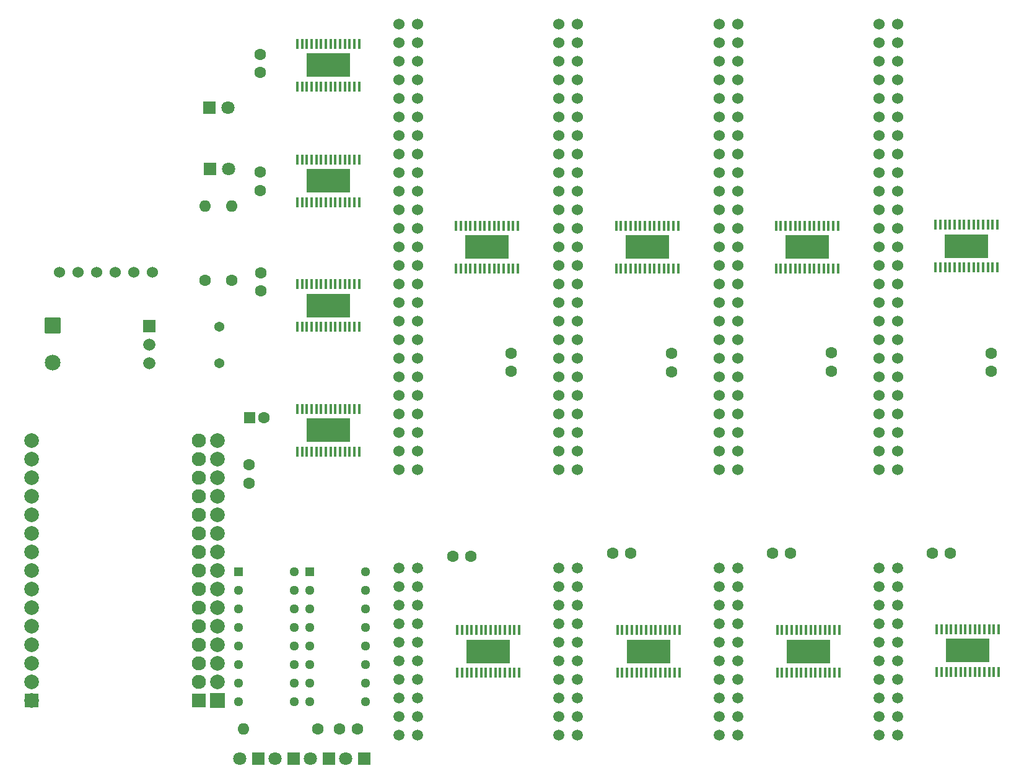
<source format=gts>
G04 #@! TF.GenerationSoftware,KiCad,Pcbnew,(7.0.0)*
G04 #@! TF.CreationDate,2023-12-21T14:48:03-05:00*
G04 #@! TF.ProjectId,luminator,6c756d69-6e61-4746-9f72-2e6b69636164,rev?*
G04 #@! TF.SameCoordinates,Original*
G04 #@! TF.FileFunction,Soldermask,Top*
G04 #@! TF.FilePolarity,Negative*
%FSLAX46Y46*%
G04 Gerber Fmt 4.6, Leading zero omitted, Abs format (unit mm)*
G04 Created by KiCad (PCBNEW (7.0.0)) date 2023-12-21 14:48:03*
%MOMM*%
%LPD*%
G01*
G04 APERTURE LIST*
G04 Aperture macros list*
%AMRoundRect*
0 Rectangle with rounded corners*
0 $1 Rounding radius*
0 $2 $3 $4 $5 $6 $7 $8 $9 X,Y pos of 4 corners*
0 Add a 4 corners polygon primitive as box body*
4,1,4,$2,$3,$4,$5,$6,$7,$8,$9,$2,$3,0*
0 Add four circle primitives for the rounded corners*
1,1,$1+$1,$2,$3*
1,1,$1+$1,$4,$5*
1,1,$1+$1,$6,$7*
1,1,$1+$1,$8,$9*
0 Add four rect primitives between the rounded corners*
20,1,$1+$1,$2,$3,$4,$5,0*
20,1,$1+$1,$4,$5,$6,$7,0*
20,1,$1+$1,$6,$7,$8,$9,0*
20,1,$1+$1,$8,$9,$2,$3,0*%
G04 Aperture macros list end*
%ADD10C,1.600000*%
%ADD11O,1.600000X1.600000*%
%ADD12R,1.800000X1.800000*%
%ADD13C,1.800000*%
%ADD14R,1.930000X1.930000*%
%ADD15C,1.930000*%
%ADD16R,1.600000X1.600000*%
%ADD17C,1.498600*%
%ADD18C,1.524000*%
%ADD19R,1.295400X1.295400*%
%ADD20C,1.295400*%
%ADD21R,0.355600X1.473200*%
%ADD22R,6.000001X3.200001*%
%ADD23R,1.665000X1.665000*%
%ADD24C,1.665000*%
%ADD25R,2.000000X2.000000*%
%ADD26C,2.000000*%
%ADD27RoundRect,0.102000X-0.975000X0.975000X-0.975000X-0.975000X0.975000X-0.975000X0.975000X0.975000X0*%
%ADD28C,2.154000*%
%ADD29C,1.371600*%
G04 APERTURE END LIST*
D10*
X88239600Y-130479800D03*
D11*
X78079599Y-130479799D03*
D12*
X80111599Y-134518399D03*
D13*
X77571600Y-134518400D03*
D12*
X84937599Y-134518399D03*
D13*
X82397600Y-134518400D03*
D12*
X89738199Y-134518399D03*
D13*
X87198200Y-134518400D03*
D12*
X94584599Y-134518399D03*
D13*
X92044600Y-134518400D03*
D10*
X93680600Y-130454400D03*
X91180600Y-130454400D03*
X78892400Y-96804800D03*
X78892400Y-94304800D03*
D14*
X72008999Y-126542799D03*
D15*
X72009000Y-124002800D03*
X72009000Y-121462800D03*
X72009000Y-118922800D03*
X72009000Y-116382800D03*
X72009000Y-113842800D03*
X72009000Y-111302800D03*
X72009000Y-108762800D03*
X72009000Y-106222800D03*
X72009000Y-103682800D03*
X72009000Y-101142800D03*
X72009000Y-98602800D03*
X72009000Y-96062800D03*
X72009000Y-93522800D03*
X72009000Y-90982800D03*
D14*
X49148999Y-126542799D03*
D15*
X49149000Y-124002800D03*
X49149000Y-121462800D03*
X49149000Y-118922800D03*
X49149000Y-116382800D03*
X49149000Y-113842800D03*
X49149000Y-111302800D03*
X49149000Y-108762800D03*
X49149000Y-106222800D03*
X49149000Y-103682800D03*
X49149000Y-101142800D03*
X49149000Y-98602800D03*
X49149000Y-96062800D03*
X49149000Y-93522800D03*
X49149000Y-90982800D03*
D10*
X76479400Y-69037200D03*
D11*
X76479399Y-58877199D03*
D16*
X78917799Y-87833199D03*
D10*
X80917800Y-87833200D03*
D17*
X101854000Y-131318000D03*
X99314000Y-131318000D03*
X101854000Y-128778000D03*
X99314000Y-128778000D03*
X101854000Y-126238000D03*
X99314000Y-126238000D03*
X101854000Y-123698000D03*
X99314000Y-123698000D03*
X101854000Y-121158000D03*
X99314000Y-121158000D03*
X101854000Y-118618000D03*
X99314000Y-118618000D03*
X101854000Y-116078000D03*
X99314000Y-116078000D03*
X101854000Y-113538000D03*
X99314000Y-113538000D03*
X101854000Y-110998000D03*
X99314000Y-110998000D03*
X101854000Y-108458000D03*
X99314000Y-108458000D03*
D18*
X167456401Y-94950999D03*
X164916401Y-94950999D03*
X167456401Y-92410999D03*
X164916401Y-92410999D03*
X167456401Y-89870999D03*
X164916401Y-89870999D03*
X167456401Y-87330999D03*
X164916401Y-87330999D03*
X167456401Y-84790999D03*
X164916401Y-84790999D03*
X167456401Y-82250999D03*
X164916401Y-82250999D03*
X167456401Y-79710999D03*
X164916401Y-79710999D03*
X167456401Y-77170999D03*
X164916401Y-77170999D03*
X167456401Y-74630999D03*
X164916401Y-74630999D03*
X167456401Y-72090999D03*
X164916401Y-72090999D03*
X167456401Y-69550999D03*
X164916401Y-69550999D03*
X167456401Y-67010999D03*
X164916401Y-67010999D03*
X167456401Y-64470999D03*
X164916401Y-64470999D03*
X167456401Y-61930999D03*
X164916401Y-61930999D03*
X167456401Y-59390999D03*
X164916401Y-59390999D03*
X167456401Y-56850999D03*
X164916401Y-56850999D03*
X167456401Y-54310999D03*
X164916401Y-54310999D03*
X167456401Y-51770999D03*
X164916401Y-51770999D03*
X167456401Y-49230999D03*
X164916401Y-49230999D03*
X167456401Y-46690999D03*
X164916401Y-46690999D03*
X167456401Y-44150999D03*
X164916401Y-44150999D03*
X167456401Y-41610999D03*
X164916401Y-41610999D03*
X167456401Y-39070999D03*
X164916401Y-39070999D03*
X167456401Y-36530999D03*
X164916401Y-36530999D03*
X167456401Y-33990999D03*
X164916401Y-33990999D03*
D19*
X77444599Y-108915199D03*
D20*
X77444600Y-111455200D03*
X77444600Y-113995200D03*
X77444600Y-116535200D03*
X77444600Y-119075200D03*
X77444600Y-121615200D03*
X77444600Y-124155200D03*
X77444600Y-126695200D03*
X85064600Y-126695200D03*
X85064600Y-124155200D03*
X85064600Y-121615200D03*
X85064600Y-119075200D03*
X85064600Y-116535200D03*
X85064600Y-113995200D03*
X85064600Y-111455200D03*
X85064600Y-108915200D03*
D12*
X73426399Y-45415199D03*
D13*
X75966400Y-45415200D03*
D10*
X180263800Y-81534000D03*
X180263800Y-79034000D03*
D21*
X107153999Y-67436999D03*
X107804000Y-67436999D03*
X108453999Y-67436999D03*
X109104000Y-67436999D03*
X109753998Y-67436999D03*
D22*
X111378999Y-64515999D03*
D21*
X110404000Y-67436999D03*
X111053998Y-67436999D03*
X111703997Y-67436999D03*
X112353998Y-67436999D03*
X113003997Y-67436999D03*
X113653998Y-67436999D03*
X114303997Y-67436999D03*
X114953998Y-67436999D03*
X115603997Y-67436999D03*
X115603999Y-61594999D03*
X114953998Y-61594999D03*
X114303999Y-61594999D03*
X113653998Y-61594999D03*
X113004000Y-61594999D03*
X112353998Y-61594999D03*
X111704000Y-61594999D03*
X111053998Y-61594999D03*
X110404000Y-61594999D03*
X109753998Y-61594999D03*
X109104000Y-61594999D03*
X108453999Y-61594999D03*
X107804000Y-61594999D03*
X107153999Y-61594999D03*
X129043000Y-67436999D03*
X129693001Y-67436999D03*
X130343000Y-67436999D03*
X130993001Y-67436999D03*
X131642999Y-67436999D03*
X132293001Y-67436999D03*
X132942999Y-67436999D03*
X133592998Y-67436999D03*
D22*
X133268000Y-64515999D03*
D21*
X134242999Y-67436999D03*
X134892998Y-67436999D03*
X135542999Y-67436999D03*
X136192998Y-67436999D03*
X136842999Y-67436999D03*
X137492998Y-67436999D03*
X137493000Y-61594999D03*
X136842999Y-61594999D03*
X136193000Y-61594999D03*
X135542999Y-61594999D03*
X134893001Y-61594999D03*
X134242999Y-61594999D03*
X133593001Y-61594999D03*
X132942999Y-61594999D03*
X132293001Y-61594999D03*
X131642999Y-61594999D03*
X130993001Y-61594999D03*
X130343000Y-61594999D03*
X129693001Y-61594999D03*
X129043000Y-61594999D03*
D10*
X109174600Y-106832400D03*
X106674600Y-106832400D03*
D21*
X85443400Y-75437999D03*
X86093401Y-75437999D03*
D22*
X89668400Y-72516999D03*
D21*
X86743400Y-75437999D03*
X87393401Y-75437999D03*
X88043399Y-75437999D03*
X88693401Y-75437999D03*
X89343399Y-75437999D03*
X89993398Y-75437999D03*
X90643399Y-75437999D03*
X91293398Y-75437999D03*
X91943399Y-75437999D03*
X92593398Y-75437999D03*
X93243399Y-75437999D03*
X93893398Y-75437999D03*
X93893400Y-69595999D03*
X93243399Y-69595999D03*
X92593400Y-69595999D03*
X91943399Y-69595999D03*
X91293401Y-69595999D03*
X90643399Y-69595999D03*
X89993401Y-69595999D03*
X89343399Y-69595999D03*
X88693401Y-69595999D03*
X88043399Y-69595999D03*
X87393401Y-69595999D03*
X86743400Y-69595999D03*
X86093401Y-69595999D03*
X85443400Y-69595999D03*
D17*
X145612401Y-131272999D03*
X143072401Y-131272999D03*
X145612401Y-128732999D03*
X143072401Y-128732999D03*
X145612401Y-126192999D03*
X143072401Y-126192999D03*
X145612401Y-123652999D03*
X143072401Y-123652999D03*
X145612401Y-121112999D03*
X143072401Y-121112999D03*
X145612401Y-118572999D03*
X143072401Y-118572999D03*
X145612401Y-116032999D03*
X143072401Y-116032999D03*
X145612401Y-113492999D03*
X143072401Y-113492999D03*
X145612401Y-110952999D03*
X143072401Y-110952999D03*
X145612401Y-108412999D03*
X143072401Y-108412999D03*
D21*
X85440999Y-92481399D03*
D22*
X89665999Y-89560399D03*
D21*
X86091000Y-92481399D03*
X86740999Y-92481399D03*
X87391000Y-92481399D03*
X88040998Y-92481399D03*
X88691000Y-92481399D03*
X89340998Y-92481399D03*
X89990997Y-92481399D03*
X90640998Y-92481399D03*
X91290997Y-92481399D03*
X91940998Y-92481399D03*
X92590997Y-92481399D03*
X93240998Y-92481399D03*
X93890997Y-92481399D03*
X93890999Y-86639399D03*
X93240998Y-86639399D03*
X92590999Y-86639399D03*
X91940998Y-86639399D03*
X91291000Y-86639399D03*
X90640998Y-86639399D03*
X89991000Y-86639399D03*
X89340998Y-86639399D03*
X88691000Y-86639399D03*
X88040998Y-86639399D03*
X87391000Y-86639399D03*
X86740999Y-86639399D03*
X86091000Y-86639399D03*
X85440999Y-86639399D03*
X85443398Y-42517497D03*
X86093399Y-42517497D03*
X86743398Y-42517497D03*
X87393399Y-42517497D03*
D22*
X89668398Y-39596497D03*
D21*
X88043397Y-42517497D03*
X88693399Y-42517497D03*
X89343397Y-42517497D03*
X89993396Y-42517497D03*
X90643397Y-42517497D03*
X91293396Y-42517497D03*
X91943397Y-42517497D03*
X92593396Y-42517497D03*
X93243397Y-42517497D03*
X93893396Y-42517497D03*
X93893398Y-36675497D03*
X93243397Y-36675497D03*
X92593398Y-36675497D03*
X91943397Y-36675497D03*
X91293399Y-36675497D03*
X90643397Y-36675497D03*
X89993399Y-36675497D03*
X89343397Y-36675497D03*
X88693399Y-36675497D03*
X88043397Y-36675497D03*
X87393399Y-36675497D03*
X86743398Y-36675497D03*
X86093399Y-36675497D03*
X85443398Y-36675497D03*
X172856899Y-122618497D03*
X173506900Y-122618497D03*
X174156899Y-122618497D03*
X174806900Y-122618497D03*
X175456898Y-122618497D03*
X176106900Y-122618497D03*
X176756898Y-122618497D03*
X177406897Y-122618497D03*
X178056898Y-122618497D03*
X178706897Y-122618497D03*
X179356898Y-122618497D03*
D22*
X177081899Y-119697497D03*
D21*
X180006897Y-122618497D03*
X180656898Y-122618497D03*
X181306897Y-122618497D03*
X181306899Y-116776497D03*
X180656898Y-116776497D03*
X180006899Y-116776497D03*
X179356898Y-116776497D03*
X178706900Y-116776497D03*
X178056898Y-116776497D03*
X177406900Y-116776497D03*
X176756898Y-116776497D03*
X176106900Y-116776497D03*
X175456898Y-116776497D03*
X174806900Y-116776497D03*
X174156899Y-116776497D03*
X173506900Y-116776497D03*
X172856899Y-116776497D03*
D10*
X174706600Y-106375200D03*
X172206600Y-106375200D03*
X80340200Y-56743600D03*
X80340200Y-54243600D03*
D17*
X167456401Y-131272999D03*
X164916401Y-131272999D03*
X167456401Y-128732999D03*
X164916401Y-128732999D03*
X167456401Y-126192999D03*
X164916401Y-126192999D03*
X167456401Y-123652999D03*
X164916401Y-123652999D03*
X167456401Y-121112999D03*
X164916401Y-121112999D03*
X167456401Y-118572999D03*
X164916401Y-118572999D03*
X167456401Y-116032999D03*
X164916401Y-116032999D03*
X167456401Y-113492999D03*
X164916401Y-113492999D03*
X167456401Y-110952999D03*
X164916401Y-110952999D03*
X167456401Y-108412999D03*
X164916401Y-108412999D03*
D10*
X152882600Y-106375200D03*
X150382600Y-106375200D03*
D23*
X65203799Y-75302749D03*
D24*
X65203800Y-77842750D03*
X65203800Y-80382750D03*
D21*
X150887000Y-67436999D03*
X151537001Y-67436999D03*
X152187000Y-67436999D03*
X152837001Y-67436999D03*
X153486999Y-67436999D03*
X154137001Y-67436999D03*
X154786999Y-67436999D03*
X155436998Y-67436999D03*
X156086999Y-67436999D03*
X156736998Y-67436999D03*
D22*
X155112000Y-64515999D03*
D21*
X157386999Y-67436999D03*
X158036998Y-67436999D03*
X158686999Y-67436999D03*
X159336998Y-67436999D03*
X159337000Y-61594999D03*
X158686999Y-61594999D03*
X158037000Y-61594999D03*
X157386999Y-61594999D03*
X156737001Y-61594999D03*
X156086999Y-61594999D03*
X155437001Y-61594999D03*
X154786999Y-61594999D03*
X154137001Y-61594999D03*
X153486999Y-61594999D03*
X152837001Y-61594999D03*
X152187000Y-61594999D03*
X151537001Y-61594999D03*
X150887000Y-61594999D03*
X129211001Y-122767998D03*
X129861002Y-122767998D03*
X130511001Y-122767998D03*
X131161002Y-122767998D03*
X131811000Y-122767998D03*
X132461002Y-122767998D03*
X133111000Y-122767998D03*
D22*
X133436001Y-119846998D03*
D21*
X133760999Y-122767998D03*
X134411000Y-122767998D03*
X135060999Y-122767998D03*
X135711000Y-122767998D03*
X136360999Y-122767998D03*
X137011000Y-122767998D03*
X137660999Y-122767998D03*
X137661001Y-116925998D03*
X137011000Y-116925998D03*
X136361001Y-116925998D03*
X135711000Y-116925998D03*
X135061002Y-116925998D03*
X134411000Y-116925998D03*
X133761002Y-116925998D03*
X133111000Y-116925998D03*
X132461002Y-116925998D03*
X131811000Y-116925998D03*
X131161002Y-116925998D03*
X130511001Y-116925998D03*
X129861002Y-116925998D03*
X129211001Y-116925998D03*
D10*
X158470600Y-81483200D03*
X158470600Y-78983200D03*
D21*
X85443400Y-58356499D03*
X86093401Y-58356499D03*
X86743400Y-58356499D03*
D22*
X89668400Y-55435499D03*
D21*
X87393401Y-58356499D03*
X88043399Y-58356499D03*
X88693401Y-58356499D03*
X89343399Y-58356499D03*
X89993398Y-58356499D03*
X90643399Y-58356499D03*
X91293398Y-58356499D03*
X91943399Y-58356499D03*
X92593398Y-58356499D03*
X93243399Y-58356499D03*
X93893398Y-58356499D03*
X93893400Y-52514499D03*
X93243399Y-52514499D03*
X92593400Y-52514499D03*
X91943399Y-52514499D03*
X91293401Y-52514499D03*
X90643399Y-52514499D03*
X89993401Y-52514499D03*
X89343399Y-52514499D03*
X88693401Y-52514499D03*
X88043399Y-52514499D03*
X87393401Y-52514499D03*
X86743400Y-52514499D03*
X86093401Y-52514499D03*
X85443400Y-52514499D03*
X151055001Y-122767998D03*
X151705002Y-122767998D03*
X152355001Y-122767998D03*
X153005002Y-122767998D03*
X153655000Y-122767998D03*
X154305002Y-122767998D03*
X154955000Y-122767998D03*
X155604999Y-122767998D03*
X156255000Y-122767998D03*
D22*
X155280001Y-119846998D03*
D21*
X156904999Y-122767998D03*
X157555000Y-122767998D03*
X158204999Y-122767998D03*
X158855000Y-122767998D03*
X159504999Y-122767998D03*
X159505001Y-116925998D03*
X158855000Y-116925998D03*
X158205001Y-116925998D03*
X157555000Y-116925998D03*
X156905002Y-116925998D03*
X156255000Y-116925998D03*
X155605002Y-116925998D03*
X154955000Y-116925998D03*
X154305002Y-116925998D03*
X153655000Y-116925998D03*
X153005002Y-116925998D03*
X152355001Y-116925998D03*
X151705002Y-116925998D03*
X151055001Y-116925998D03*
D18*
X65659000Y-67932300D03*
X52959000Y-67932300D03*
X60579000Y-67932300D03*
X58039000Y-67932300D03*
X63119000Y-67932300D03*
X55499000Y-67932300D03*
D17*
X123723400Y-131272999D03*
X121183400Y-131272999D03*
X123723400Y-128732999D03*
X121183400Y-128732999D03*
X123723400Y-126192999D03*
X121183400Y-126192999D03*
X123723400Y-123652999D03*
X121183400Y-123652999D03*
X123723400Y-121112999D03*
X121183400Y-121112999D03*
X123723400Y-118572999D03*
X121183400Y-118572999D03*
X123723400Y-116032999D03*
X121183400Y-116032999D03*
X123723400Y-113492999D03*
X121183400Y-113492999D03*
X123723400Y-110952999D03*
X121183400Y-110952999D03*
X123723400Y-108412999D03*
X121183400Y-108412999D03*
D18*
X101854000Y-94996000D03*
X99314000Y-94996000D03*
X101854000Y-92456000D03*
X99314000Y-92456000D03*
X101854000Y-89916000D03*
X99314000Y-89916000D03*
X101854000Y-87376000D03*
X99314000Y-87376000D03*
X101854000Y-84836000D03*
X99314000Y-84836000D03*
X101854000Y-82296000D03*
X99314000Y-82296000D03*
X101854000Y-79756000D03*
X99314000Y-79756000D03*
X101854000Y-77216000D03*
X99314000Y-77216000D03*
X101854000Y-74676000D03*
X99314000Y-74676000D03*
X101854000Y-72136000D03*
X99314000Y-72136000D03*
X101854000Y-69596000D03*
X99314000Y-69596000D03*
X101854000Y-67056000D03*
X99314000Y-67056000D03*
X101854000Y-64516000D03*
X99314000Y-64516000D03*
X101854000Y-61976000D03*
X99314000Y-61976000D03*
X101854000Y-59436000D03*
X99314000Y-59436000D03*
X101854000Y-56896000D03*
X99314000Y-56896000D03*
X101854000Y-54356000D03*
X99314000Y-54356000D03*
X101854000Y-51816000D03*
X99314000Y-51816000D03*
X101854000Y-49276000D03*
X99314000Y-49276000D03*
X101854000Y-46736000D03*
X99314000Y-46736000D03*
X101854000Y-44196000D03*
X99314000Y-44196000D03*
X101854000Y-41656000D03*
X99314000Y-41656000D03*
X101854000Y-39116000D03*
X99314000Y-39116000D03*
X101854000Y-36576000D03*
X99314000Y-36576000D03*
X101854000Y-34036000D03*
X99314000Y-34036000D03*
D10*
X136575800Y-81584800D03*
X136575800Y-79084800D03*
D25*
X74548999Y-126542799D03*
D26*
X74549000Y-124002800D03*
X74549000Y-121462800D03*
X74549000Y-118922800D03*
X74549000Y-116382800D03*
X74549000Y-113842800D03*
X74549000Y-111302800D03*
X74549000Y-108762800D03*
X74549000Y-106222800D03*
X74549000Y-103682800D03*
X74549000Y-101142800D03*
X74549000Y-98602800D03*
X74549000Y-96062800D03*
X74549000Y-93522800D03*
X74549000Y-90982800D03*
X49149000Y-90982800D03*
X49149000Y-93522800D03*
X49149000Y-96062800D03*
X49149000Y-98602800D03*
X49149000Y-101142800D03*
X49149000Y-103682800D03*
X49149000Y-106222800D03*
X49149000Y-108762800D03*
X49149000Y-111302800D03*
X49149000Y-113842800D03*
X49149000Y-116382800D03*
X49149000Y-118922800D03*
X49149000Y-121462800D03*
X49149000Y-124002800D03*
X49149000Y-126542800D03*
D19*
X87147399Y-108915199D03*
D20*
X87147400Y-111455200D03*
X87147400Y-113995200D03*
X87147400Y-116535200D03*
X87147400Y-119075200D03*
X87147400Y-121615200D03*
X87147400Y-124155200D03*
X87147400Y-126695200D03*
X94767400Y-126695200D03*
X94767400Y-124155200D03*
X94767400Y-121615200D03*
X94767400Y-119075200D03*
X94767400Y-116535200D03*
X94767400Y-113995200D03*
X94767400Y-111455200D03*
X94767400Y-108915200D03*
D21*
X107322000Y-122767998D03*
X107972001Y-122767998D03*
X108622000Y-122767998D03*
X109272001Y-122767998D03*
X109921999Y-122767998D03*
X110572001Y-122767998D03*
D22*
X111547000Y-119846998D03*
D21*
X111221999Y-122767998D03*
X111871998Y-122767998D03*
X112521999Y-122767998D03*
X113171998Y-122767998D03*
X113821999Y-122767998D03*
X114471998Y-122767998D03*
X115121999Y-122767998D03*
X115771998Y-122767998D03*
X115772000Y-116925998D03*
X115121999Y-116925998D03*
X114472000Y-116925998D03*
X113821999Y-116925998D03*
X113172001Y-116925998D03*
X112521999Y-116925998D03*
X111872001Y-116925998D03*
X111221999Y-116925998D03*
X110572001Y-116925998D03*
X109921999Y-116925998D03*
X109272001Y-116925998D03*
X108622000Y-116925998D03*
X107972001Y-116925998D03*
X107322000Y-116925998D03*
D12*
X73482199Y-53847999D03*
D13*
X76022200Y-53848000D03*
D21*
X172688898Y-67287498D03*
X173338899Y-67287498D03*
X173988898Y-67287498D03*
X174638899Y-67287498D03*
X175288897Y-67287498D03*
X175938899Y-67287498D03*
X176588897Y-67287498D03*
X177238896Y-67287498D03*
X177888897Y-67287498D03*
X178538896Y-67287498D03*
X179188897Y-67287498D03*
X179838896Y-67287498D03*
D22*
X176913898Y-64366498D03*
D21*
X180488897Y-67287498D03*
X181138896Y-67287498D03*
X181138898Y-61445498D03*
X180488897Y-61445498D03*
X179838898Y-61445498D03*
X179188897Y-61445498D03*
X178538899Y-61445498D03*
X177888897Y-61445498D03*
X177238899Y-61445498D03*
X176588897Y-61445498D03*
X175938899Y-61445498D03*
X175288897Y-61445498D03*
X174638899Y-61445498D03*
X173988898Y-61445498D03*
X173338899Y-61445498D03*
X172688898Y-61445498D03*
D27*
X52044600Y-75234800D03*
D28*
X52044600Y-80314800D03*
D18*
X123723400Y-94950999D03*
X121183400Y-94950999D03*
X123723400Y-92410999D03*
X121183400Y-92410999D03*
X123723400Y-89870999D03*
X121183400Y-89870999D03*
X123723400Y-87330999D03*
X121183400Y-87330999D03*
X123723400Y-84790999D03*
X121183400Y-84790999D03*
X123723400Y-82250999D03*
X121183400Y-82250999D03*
X123723400Y-79710999D03*
X121183400Y-79710999D03*
X123723400Y-77170999D03*
X121183400Y-77170999D03*
X123723400Y-74630999D03*
X121183400Y-74630999D03*
X123723400Y-72090999D03*
X121183400Y-72090999D03*
X123723400Y-69550999D03*
X121183400Y-69550999D03*
X123723400Y-67010999D03*
X121183400Y-67010999D03*
X123723400Y-64470999D03*
X121183400Y-64470999D03*
X123723400Y-61930999D03*
X121183400Y-61930999D03*
X123723400Y-59390999D03*
X121183400Y-59390999D03*
X123723400Y-56850999D03*
X121183400Y-56850999D03*
X123723400Y-54310999D03*
X121183400Y-54310999D03*
X123723400Y-51770999D03*
X121183400Y-51770999D03*
X123723400Y-49230999D03*
X121183400Y-49230999D03*
X123723400Y-46690999D03*
X121183400Y-46690999D03*
X123723400Y-44150999D03*
X121183400Y-44150999D03*
X123723400Y-41610999D03*
X121183400Y-41610999D03*
X123723400Y-39070999D03*
X121183400Y-39070999D03*
X123723400Y-36530999D03*
X121183400Y-36530999D03*
X123723400Y-33990999D03*
X121183400Y-33990999D03*
D10*
X80441800Y-70510400D03*
X80441800Y-68010400D03*
X80340200Y-40620000D03*
X80340200Y-38120000D03*
D29*
X74752200Y-75433550D03*
X74752200Y-80433550D03*
D18*
X145612401Y-94950999D03*
X143072401Y-94950999D03*
X145612401Y-92410999D03*
X143072401Y-92410999D03*
X145612401Y-89870999D03*
X143072401Y-89870999D03*
X145612401Y-87330999D03*
X143072401Y-87330999D03*
X145612401Y-84790999D03*
X143072401Y-84790999D03*
X145612401Y-82250999D03*
X143072401Y-82250999D03*
X145612401Y-79710999D03*
X143072401Y-79710999D03*
X145612401Y-77170999D03*
X143072401Y-77170999D03*
X145612401Y-74630999D03*
X143072401Y-74630999D03*
X145612401Y-72090999D03*
X143072401Y-72090999D03*
X145612401Y-69550999D03*
X143072401Y-69550999D03*
X145612401Y-67010999D03*
X143072401Y-67010999D03*
X145612401Y-64470999D03*
X143072401Y-64470999D03*
X145612401Y-61930999D03*
X143072401Y-61930999D03*
X145612401Y-59390999D03*
X143072401Y-59390999D03*
X145612401Y-56850999D03*
X143072401Y-56850999D03*
X145612401Y-54310999D03*
X143072401Y-54310999D03*
X145612401Y-51770999D03*
X143072401Y-51770999D03*
X145612401Y-49230999D03*
X143072401Y-49230999D03*
X145612401Y-46690999D03*
X143072401Y-46690999D03*
X145612401Y-44150999D03*
X143072401Y-44150999D03*
X145612401Y-41610999D03*
X143072401Y-41610999D03*
X145612401Y-39070999D03*
X143072401Y-39070999D03*
X145612401Y-36530999D03*
X143072401Y-36530999D03*
X145612401Y-33990999D03*
X143072401Y-33990999D03*
D10*
X131018600Y-106375200D03*
X128518600Y-106375200D03*
X114681000Y-81534000D03*
X114681000Y-79034000D03*
X72872600Y-69037200D03*
D11*
X72872599Y-58877199D03*
M02*

</source>
